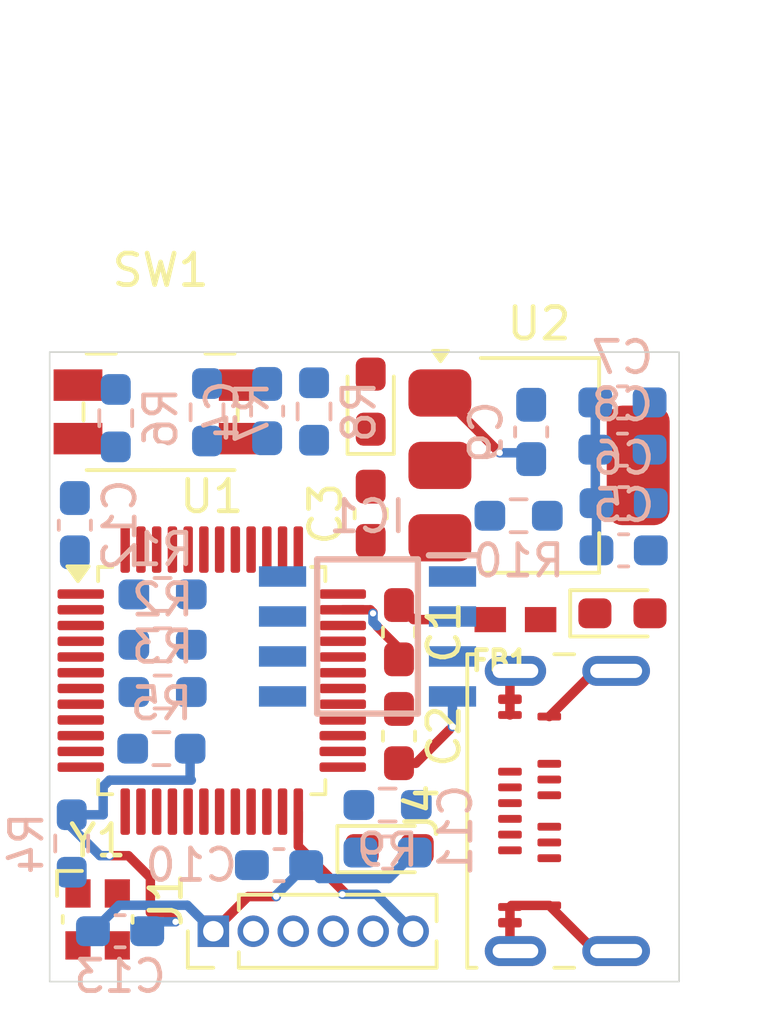
<source format=kicad_pcb>
(kicad_pcb (version 20241229) (generator "pcbnew") (generator_version "9.0")
  (layers (0 "F.Cu" signal) (2 "B.Cu" signal) (13 "F.Paste" user) (15 "B.Paste" user) (5 "F.SilkS" user "F.Silkscreen") (7 "B.SilkS" user "B.Silkscreen") (1 "F.Mask" user) (3 "B.Mask" user) (25 "Edge.Cuts" user))
  (net 0 "")
  (net 1 "+3.3V")
  (net 2 "+3.3VA")
  (net 3 "/NRST")
  (net 4 "/HSE_IN")
  (net 5 "/HSE_OUT")
  (net 6 "V_BUS")
  (net 7 "Net-(D1-K)")
  (net 8 "/OUT")
  (net 9 "/I2C_SCL")
  (net 10 "/DIR")
  (net 11 "/PGO")
  (net 12 "/I2C_SDA")
  (net 13 "/SWCLK")
  (net 15 "/SWDIO")
  (net 17 "USB_D+")
  (net 18 "CC1")
  (net 19 "USB_D-")
  (net 22 "CC2")
  (net 23 "/BOOT")
  (net 24 "Net-(SW1-B)")
  (net 51 "Net-(D2-A)")
  (net 52 "Net-(D3-A)")
  (net 53 "Net-(U1-PC13)")
  (net 54 "GND")
  (footprint "Capacitor_SMD:C_0603_1608Metric_Pad1.08x0.95mm_HandSolder" (layer "F.Cu") (at 186.5 93.5 -90)
    (property "Reference" "C1" (at 0 -1.43 90) (layer "F.SilkS"))
    (property "Value" "100n" (hide yes))
    (fp_line (start -0.146267 0.51) (end 0.146267 0.51) (stroke (width 0.12)) (layer "F.SilkS"))
    (fp_line (start -0.146267 -0.51) (end 0.146267 -0.51) (stroke (width 0.12)) (layer "F.SilkS"))
    (pad "1" smd roundrect (at -0.8625 0 270) (size 1.075 0.95) (layers "F.Cu" "F.Mask" "F.Paste") (net 1 "+3.3V"))
    (pad "2" smd roundrect (at 0.8625 0 270) (size 1.075 0.95) (layers "F.Cu" "F.Mask" "F.Paste") (net 54 "GND"))
  )
  (footprint "Connector_USB:USB_C_Receptacle_Amphenol_124019772112A" (layer "F.Cu") (at 193.225 99.18 90)
    (property "Reference" "J4" (at 0 -6 90) (layer "F.SilkS"))
    (property "Value" "USB_C_Receptacle_USB2.0_16P" (hide yes))
    (fp_line (start 4.98 -4.555) (end -4.98 -4.555) (stroke (width 0.12)) (layer "F.SilkS"))
    (fp_line (start -4.98 -4.555) (end -4.98 -4.26) (stroke (width 0.12)) (layer "F.SilkS"))
    (fp_line (start 4.98 -4.26) (end 4.98 -4.555) (stroke (width 0.12)) (layer "F.SilkS"))
    (fp_line (start 4.98 -1.16) (end 4.98 -1.79) (stroke (width 0.12)) (layer "F.SilkS"))
    (fp_line (start -4.98 -1.16) (end -4.98 -1.79) (stroke (width 0.12)) (layer "F.SilkS"))
    (pad "A1" smd roundrect (at -3.55 -3.2 90) (size 0.3 0.75) (layers "F.Cu" "F.Mask" "F.Paste") (net 54 "GND"))
    (pad "A1" smd roundrect (at -3.05 -3.2 90) (size 0.25 0.75) (layers "F.Cu" "F.Mask" "F.Paste") (net 54 "GND"))
    (pad "A1" smd roundrect (at 3.55 -3.2 90) (size 0.3 0.75) (layers "F.Cu" "F.Mask" "F.Paste") (net 54 "GND"))
    (pad "A4" smd roundrect (at -1.25 -3.2 90) (size 0.25 0.75) (layers "F.Cu" "F.Mask" "F.Paste") (net 6 "V_BUS"))
    (pad "A5" smd roundrect (at -0.75 -3.2 90) (size 0.25 0.75) (layers "F.Cu" "F.Mask" "F.Paste") (net 18 "CC1"))
    (pad "A6" smd roundrect (at -0.25 -3.2 90) (size 0.25 0.75) (layers "F.Cu" "F.Mask" "F.Paste") (net 17 "USB_D+"))
    (pad "A7" smd roundrect (at 0.25 -3.2 90) (size 0.25 0.75) (layers "F.Cu" "F.Mask" "F.Paste") (net 19 "USB_D-"))
    (pad "A8" smd roundrect (at 0.75 -3.2 90) (size 0.25 0.75) (layers "F.Cu" "F.Mask" "F.Paste"))
    (pad "A9" smd roundrect (at 1.25 -3.2 90) (size 0.25 0.75) (layers "F.Cu" "F.Mask" "F.Paste") (net 6 "V_BUS"))
    (pad "A12" smd roundrect (at 3.05 -3.2 90) (size 0.25 0.75) (layers "F.Cu" "F.Mask" "F.Paste") (net 54 "GND"))
    (pad "B1" smd roundrect (at 3 -1.95 90) (size 0.25 0.75) (layers "F.Cu" "F.Mask" "F.Paste") (net 54 "GND"))
    (pad "B4" smd roundrect (at 1.5 -1.95 90) (size 0.25 0.75) (layers "F.Cu" "F.Mask" "F.Paste") (net 6 "V_BUS"))
    (pad "B5" smd roundrect (at 1 -1.95 90) (size 0.25 0.75) (layers "F.Cu" "F.Mask" "F.Paste") (net 22 "CC2"))
    (pad "B6" smd roundrect (at 0.5 -1.95 90) (size 0.25 0.75) (layers "F.Cu" "F.Mask" "F.Paste") (net 17 "USB_D+"))
    (pad "B7" smd roundrect (at -0.5 -1.95 90) (size 0.25 0.75) (layers "F.Cu" "F.Mask" "F.Paste") (net 19 "USB_D-"))
    (pad "B8" smd roundrect (at -1 -1.95 90) (size 0.25 0.75) (layers "F.Cu" "F.Mask" "F.Paste"))
    (pad "B9" smd roundrect (at -1.5 -1.95 90) (size 0.25 0.75) (layers "F.Cu" "F.Mask" "F.Paste") (net 6 "V_BUS"))
    (pad "B12" smd roundrect (at -3 -1.95 90) (size 0.25 0.75) (layers "F.Cu" "F.Mask" "F.Paste") (net 54 "GND"))
    (pad "S1" thru_hole oval (at -4.45 -3.025 90) (size 0.95 1.95) (drill oval 0.45 1.45) (property pad_prop_heatsink) (layers "*.Cu" "*.Mask") (net 54 "GND"))
    (pad "S1" thru_hole oval (at -4.45 0.175 90) (size 0.95 2.15) (drill oval 0.45 1.65) (property pad_prop_heatsink) (layers "*.Cu" "*.Mask") (net 54 "GND"))
    (pad "S1" thru_hole oval (at 4.45 -3.025 90) (size 0.95 1.95) (drill oval 0.45 1.45) (property pad_prop_heatsink) (layers "*.Cu" "*.Mask") (net 54 "GND"))
    (pad "S1" thru_hole oval (at 4.45 0.175 90) (size 0.95 2.15) (drill oval 0.45 1.65) (property pad_prop_heatsink) (layers "*.Cu" "*.Mask") (net 54 "GND"))
  )
  (footprint "Package_TO_SOT_SMD:SOT-223-3_TabPin2" (layer "F.Cu") (at 190.95 88.2)
    (property "Reference" "U2" (at 0 -4.5 0) (layer "F.SilkS"))
    (property "Value" "AMS1117-3.3" (hide yes))
    (fp_line (start -1.85 -3.41) (end 1.91 -3.41) (stroke (width 0.12)) (layer "F.SilkS"))
    (fp_line (start -1.85 3.41) (end 1.91 3.41) (stroke (width 0.12)) (layer "F.SilkS"))
    (fp_line (start 1.91 -3.41) (end 1.91 -2.15) (stroke (width 0.12)) (layer "F.SilkS"))
    (fp_line (start 1.91 3.41) (end 1.91 2.15) (stroke (width 0.12)) (layer "F.SilkS"))
    (fp_poly (pts (xy -3.13 -3.31) (xy -3.37 -3.64) (xy -2.89 -3.64) (xy -3.13 -3.31)) (stroke (width 0.12)) (fill yes) (layer "F.SilkS"))
    (pad "1" smd roundrect (at -3.15 -2.3) (size 2 1.5) (layers "F.Cu" "F.Mask" "F.Paste") (net 54 "GND"))
    (pad "2" smd roundrect (at -3.15 0) (size 2 1.5) (layers "F.Cu" "F.Mask" "F.Paste") (net 1 "+3.3V"))
    (pad "2" smd roundrect (at 3.15 0) (size 2 3.8) (layers "F.Cu" "F.Mask" "F.Paste") (net 1 "+3.3V"))
    (pad "3" smd roundrect (at -3.15 2.3) (size 2 1.5) (layers "F.Cu" "F.Mask" "F.Paste") (net 6 "V_BUS"))
  )
  (footprint "Crystal:Crystal_SMD_Abracon_ABM10-4Pin_2.5x2.0mm" (layer "F.Cu") (at 176.925 102.625)
    (property "Reference" "Y1" (at 0 -2.5 0) (layer "F.SilkS"))
    (property "Value" "8MHz")
    (fp_line (start -1.29 -0.75) (end -1.29 -1.54) (stroke (width 0.12)) (layer "F.SilkS"))
    (fp_line (start -1.11 -0.11) (end -1.11 0.11) (stroke (width 0.12)) (layer "F.SilkS"))
    (fp_line (start -0.5 -1.54) (end -1.29 -1.54) (stroke (width 0.12)) (layer "F.SilkS"))
    (fp_line (start 1.11 -0.11) (end 1.11 0.11) (stroke (width 0.12)) (layer "F.SilkS"))
    (pad "1" smd rect (at -0.625 -0.825) (size 0.8 0.9) (layers "F.Cu" "F.Mask" "F.Paste") (net 4 "/HSE_IN"))
    (pad "2" smd rect (at -0.625 0.825) (size 0.8 0.9) (layers "F.Cu" "F.Mask" "F.Paste") (net 5 "/HSE_OUT"))
    (pad "3" smd rect (at 0.625 0.825) (size 0.8 0.9) (layers "F.Cu" "F.Mask" "F.Paste"))
    (pad "4" smd rect (at 0.625 -0.825) (size 0.8 0.9) (layers "F.Cu" "F.Mask" "F.Paste"))
  )
  (footprint "Package_QFP:LQFP-48_7x7mm_P0.5mm" (layer "F.Cu") (at 180.55 95.0375)
    (property "Reference" "U1" (at 0 -5.85 0) (layer "F.SilkS"))
    (property "Value" "STM32F103C8T6" (hide yes))
    (fp_line (start -3.61 -3.61) (end -3.16 -3.61) (stroke (width 0.12)) (layer "F.SilkS"))
    (fp_line (start -3.61 -3.16) (end -3.61 -3.61) (stroke (width 0.12)) (layer "F.SilkS"))
    (fp_line (start -3.61 3.61) (end -3.61 3.16) (stroke (width 0.12)) (layer "F.SilkS"))
    (fp_line (start -3.16 3.61) (end -3.61 3.61) (stroke (width 0.12)) (layer "F.SilkS"))
    (fp_line (start 3.16 -3.61) (end 3.61 -3.61) (stroke (width 0.12)) (layer "F.SilkS"))
    (fp_line (start 3.61 -3.61) (end 3.61 -3.16) (stroke (width 0.12)) (layer "F.SilkS"))
    (fp_line (start 3.61 3.16) (end 3.61 3.61) (stroke (width 0.12)) (layer "F.SilkS"))
    (fp_line (start 3.61 3.61) (end 3.16 3.61) (stroke (width 0.12)) (layer "F.SilkS"))
    (fp_poly (pts (xy -4.25 -3.16) (xy -4.59 -3.63) (xy -3.91 -3.63)) (stroke (width 0.12)) (fill yes) (layer "F.SilkS"))
    (pad "1" smd roundrect (at -4.1625 -2.75) (size 1.475 0.3) (layers "F.Cu" "F.Mask" "F.Paste") (net 1 "+3.3V"))
    (pad "2" smd roundrect (at -4.1625 -2.25) (size 1.475 0.3) (layers "F.Cu" "F.Mask" "F.Paste") (net 53 "Net-(U1-PC13)"))
    (pad "3" smd roundrect (at -4.1625 -1.75) (size 1.475 0.3) (layers "F.Cu" "F.Mask" "F.Paste"))
    (pad "4" smd roundrect (at -4.1625 -1.25) (size 1.475 0.3) (layers "F.Cu" "F.Mask" "F.Paste"))
    (pad "5" smd roundrect (at -4.1625 -0.75) (size 1.475 0.3) (layers "F.Cu" "F.Mask" "F.Paste") (net 4 "/HSE_IN"))
    (pad "6" smd roundrect (at -4.1625 -0.25) (size 1.475 0.3) (layers "F.Cu" "F.Mask" "F.Paste") (net 5 "/HSE_OUT"))
    (pad "7" smd roundrect (at -4.1625 0.25) (size 1.475 0.3) (layers "F.Cu" "F.Mask" "F.Paste") (net 3 "/NRST"))
    (pad "8" smd roundrect (at -4.1625 0.75) (size 1.475 0.3) (layers "F.Cu" "F.Mask" "F.Paste") (net 54 "GND"))
    (pad "9" smd roundrect (at -4.1625 1.25) (size 1.475 0.3) (layers "F.Cu" "F.Mask" "F.Paste") (net 2 "+3.3VA"))
    (pad "10" smd roundrect (at -4.1625 1.75) (size 1.475 0.3) (layers "F.Cu" "F.Mask" "F.Paste"))
    (pad "11" smd roundrect (at -4.1625 2.25) (size 1.475 0.3) (layers "F.Cu" "F.Mask" "F.Paste"))
    (pad "12" smd roundrect (at -4.1625 2.75) (size 1.475 0.3) (layers "F.Cu" "F.Mask" "F.Paste"))
    (pad "13" smd roundrect (at -2.75 4.1625) (size 0.3 1.475) (layers "F.Cu" "F.Mask" "F.Paste"))
    (pad "14" smd roundrect (at -2.25 4.1625) (size 0.3 1.475) (layers "F.Cu" "F.Mask" "F.Paste"))
    (pad "15" smd roundrect (at -1.75 4.1625) (size 0.3 1.475) (layers "F.Cu" "F.Mask" "F.Paste"))
    (pad "16" smd roundrect (at -1.25 4.1625) (size 0.3 1.475) (layers "F.Cu" "F.Mask" "F.Paste"))
    (pad "17" smd roundrect (at -0.75 4.1625) (size 0.3 1.475) (layers "F.Cu" "F.Mask" "F.Paste"))
    (pad "18" smd roundrect (at -0.25 4.1625) (size 0.3 1.475) (layers "F.Cu" "F.Mask" "F.Paste"))
    (pad "19" smd roundrect (at 0.25 4.1625) (size 0.3 1.475) (layers "F.Cu" "F.Mask" "F.Paste"))
    (pad "20" smd roundrect (at 0.75 4.1625) (size 0.3 1.475) (layers "F.Cu" "F.Mask" "F.Paste") (net 11 "/PGO"))
    (pad "21" smd roundrect (at 1.25 4.1625) (size 0.3 1.475) (layers "F.Cu" "F.Mask" "F.Paste") (net 9 "/I2C_SCL"))
    (pad "22" smd roundrect (at 1.75 4.1625) (size 0.3 1.475) (layers "F.Cu" "F.Mask" "F.Paste") (net 12 "/I2C_SDA"))
    (pad "23" smd roundrect (at 2.25 4.1625) (size 0.3 1.475) (layers "F.Cu" "F.Mask" "F.Paste") (net 54 "GND"))
    (pad "24" smd roundrect (at 2.75 4.1625) (size 0.3 1.475) (layers "F.Cu" "F.Mask" "F.Paste") (net 1 "+3.3V"))
    (pad "25" smd roundrect (at 4.1625 2.75) (size 1.475 0.3) (layers "F.Cu" "F.Mask" "F.Paste"))
    (pad "26" smd roundrect (at 4.1625 2.25) (size 1.475 0.3) (layers "F.Cu" "F.Mask" "F.Paste"))
    (pad "27" smd roundrect (at 4.1625 1.75) (size 1.475 0.3) (layers "F.Cu" "F.Mask" "F.Paste"))
    (pad "28" smd roundrect (at 4.1625 1.25) (size 1.475 0.3) (layers "F.Cu" "F.Mask" "F.Paste"))
    (pad "29" smd roundrect (at 4.1625 0.75) (size 1.475 0.3) (layers "F.Cu" "F.Mask" "F.Paste"))
    (pad "30" smd roundrect (at 4.1625 0.25) (size 1.475 0.3) (layers "F.Cu" "F.Mask" "F.Paste"))
    (pad "31" smd roundrect (at 4.1625 -0.25) (size 1.475 0.3) (layers "F.Cu" "F.Mask" "F.Paste"))
    (pad "32" smd roundrect (at 4.1625 -0.75) (size 1.475 0.3) (layers "F.Cu" "F.Mask" "F.Paste") (net 19 "USB_D-"))
    (pad "33" smd roundrect (at 4.1625 -1.25) (size 1.475 0.3) (layers "F.Cu" "F.Mask" "F.Paste") (net 17 "USB_D+"))
    (pad "34" smd roundrect (at 4.1625 -1.75) (size 1.475 0.3) (layers "F.Cu" "F.Mask" "F.Paste") (net 13 "/SWCLK"))
    (pad "35" smd roundrect (at 4.1625 -2.25) (size 1.475 0.3) (layers "F.Cu" "F.Mask" "F.Paste") (net 54 "GND"))
    (pad "36" smd roundrect (at 4.1625 -2.75) (size 1.475 0.3) (layers "F.Cu" "F.Mask" "F.Paste") (net 1 "+3.3V"))
    (pad "37" smd roundrect (at 2.75 -4.1625) (size 0.3 1.475) (layers "F.Cu" "F.Mask" "F.Paste") (net 15 "/SWDIO"))
    (pad "38" smd roundrect (at 2.25 -4.1625) (size 0.3 1.475) (layers "F.Cu" "F.Mask" "F.Paste"))
    (pad "39" smd roundrect (at 1.75 -4.1625) (size 0.3 1.475) (layers "F.Cu" "F.Mask" "F.Paste") (net 10 "/DIR"))
    (pad "40" smd roundrect (at 1.25 -4.1625) (size 0.3 1.475) (layers "F.Cu" "F.Mask" "F.Paste") (net 8 "/OUT"))
    (pad "41" smd roundrect (at 0.75 -4.1625) (size 0.3 1.475) (layers "F.Cu" "F.Mask" "F.Paste"))
    (pad "42" smd roundrect (at 0.25 -4.1625) (size 0.3 1.475) (layers "F.Cu" "F.Mask" "F.Paste"))
    (pad "43" smd roundrect (at -0.25 -4.1625) (size 0.3 1.475) (layers "F.Cu" "F.Mask" "F.Paste"))
    (pad "44" smd roundrect (at -0.75 -4.1625) (size 0.3 1.475) (layers "F.Cu" "F.Mask" "F.Paste") (net 23 "/BOOT"))
    (pad "45" smd roundrect (at -1.25 -4.1625) (size 0.3 1.475) (layers "F.Cu" "F.Mask" "F.Paste"))
    (pad "46" smd roundrect (at -1.75 -4.1625) (size 0.3 1.475) (layers "F.Cu" "F.Mask" "F.Paste"))
    (pad "47" smd roundrect (at -2.25 -4.1625) (size 0.3 1.475) (layers "F.Cu" "F.Mask" "F.Paste") (net 54 "GND"))
    (pad "48" smd roundrect (at -2.75 -4.1625) (size 0.3 1.475) (layers "F.Cu" "F.Mask" "F.Paste") (net 1 "+3.3V"))
  )
  (footprint "LED_SMD:LED_0603_1608Metric_Pad1.05x0.95mm_HandSolder" (layer "F.Cu") (at 193.6 92.9)
    (property "Reference" "D3" (hide yes))
    (property "Value" "LED" (hide yes))
    (fp_line (start -1.66 -0.735) (end -1.66 0.735) (stroke (width 0.12)) (layer "F.SilkS"))
    (fp_line (start -1.66 0.735) (end 0.8 0.735) (stroke (width 0.12)) (layer "F.SilkS"))
    (fp_line (start 0.8 -0.735) (end -1.66 -0.735) (stroke (width 0.12)) (layer "F.SilkS"))
    (pad "1" smd roundrect (at -0.875 0) (size 1.05 0.95) (layers "F.Cu" "F.Mask" "F.Paste") (net 54 "GND"))
    (pad "2" smd roundrect (at 0.875 0) (size 1.05 0.95) (layers "F.Cu" "F.Mask" "F.Paste") (net 52 "Net-(D3-A)"))
  )
  (footprint "LED_SMD:LED_0603_1608Metric_Pad1.05x0.95mm_HandSolder" (layer "F.Cu") (at 186.2025 100.39)
    (property "Reference" "D2" (hide yes))
    (property "Value" "LED" (hide yes))
    (fp_line (start -1.66 -0.735) (end -1.66 0.735) (stroke (width 0.12)) (layer "F.SilkS"))
    (fp_line (start -1.66 0.735) (end 0.8 0.735) (stroke (width 0.12)) (layer "F.SilkS"))
    (fp_line (start 0.8 -0.735) (end -1.66 -0.735) (stroke (width 0.12)) (layer "F.SilkS"))
    (pad "1" smd roundrect (at -0.875 0) (size 1.05 0.95) (layers "F.Cu" "F.Mask" "F.Paste") (net 54 "GND"))
    (pad "2" smd roundrect (at 0.875 0) (size 1.05 0.95) (layers "F.Cu" "F.Mask" "F.Paste") (net 51 "Net-(D2-A)"))
  )
  (footprint "LED_SMD:LED_0603_1608Metric_Pad1.05x0.95mm_HandSolder" (layer "F.Cu") (at 185.6 86.175 90)
    (property "Reference" "D1" (hide yes))
    (property "Value" "LED" (hide yes))
    (fp_line (start 0.8 -0.735) (end -1.66 -0.735) (stroke (width 0.12)) (layer "F.SilkS"))
    (fp_line (start -1.66 -0.735) (end -1.66 0.735) (stroke (width 0.12)) (layer "F.SilkS"))
    (fp_line (start -1.66 0.735) (end 0.8 0.735) (stroke (width 0.12)) (layer "F.SilkS"))
    (pad "1" smd roundrect (at -0.875 0 90) (size 1.05 0.95) (layers "F.Cu" "F.Mask" "F.Paste") (net 7 "Net-(D1-K)"))
    (pad "2" smd roundrect (at 0.875 0 90) (size 1.05 0.95) (layers "F.Cu" "F.Mask" "F.Paste") (net 1 "+3.3V"))
  )
  (footprint "Connector_PinHeader_1.27mm:PinHeader_1x06_P1.27mm_Vertical" (layer "F.Cu") (at 180.6 103 90)
    (property "Reference" "J1" (at 1 -1.5 90) (layer "F.SilkS"))
    (property "Value" "Conn_01x06_Pin" (hide yes))
    (fp_line (start -1.16 -0.81) (end 0 -0.81) (stroke (width 0.12)) (layer "F.SilkS"))
    (fp_line (start -1.16 0) (end -1.16 -0.81) (stroke (width 0.12)) (layer "F.SilkS"))
    (fp_line (start 1.16 0.81) (end 1.16 7.095) (stroke (width 0.12)) (layer "F.SilkS"))
    (fp_line (start 0.666708 0.81) (end 1.16 0.81) (stroke (width 0.12)) (layer "F.SilkS"))
    (fp_line (start -1.16 0.81) (end -0.666708 0.81) (stroke (width 0.12)) (layer "F.SilkS"))
    (fp_line (start -1.16 0.81) (end -1.16 7.095) (stroke (width 0.12)) (layer "F.SilkS"))
    (fp_line (start 0.317923 7.095) (end 1.16 7.095) (stroke (width 0.12)) (layer "F.SilkS"))
    (fp_line (start -1.16 7.095) (end -0.317923 7.095) (stroke (width 0.12)) (layer "F.SilkS"))
    (pad "1" thru_hole rect (at 0 0 90) (size 1 1) (drill 0.65) (layers "*.Cu" "*.Mask") (net 54 "GND"))
    (pad "2" thru_hole circle (at 0 1.27 90) (size 1 1) (drill 0.65) (layers "*.Cu" "*.Mask"))
    (pad "3" thru_hole circle (at 0 2.54 90) (size 1 1) (drill 0.65) (layers "*.Cu" "*.Mask"))
    (pad "4" thru_hole circle (at 0 3.81 90) (size 1 1) (drill 0.65) (layers "*.Cu" "*.Mask") (net 15 "/SWDIO"))
    (pad "5" thru_hole circle (at 0 5.08 90) (size 1 1) (drill 0.65) (layers "*.Cu" "*.Mask") (net 13 "/SWCLK"))
    (pad "6" thru_hole circle (at 0 6.35 90) (size 1 1) (drill 0.65) (layers "*.Cu" "*.Mask") (net 1 "+3.3V"))
  )
  (footprint "Button_Switch_SMD:Panasonic_EVQPUL_EVQPUC" (layer "F.Cu") (at 178.925 86.5)
    (property "Reference" "SW1" (at 0 -4.5 0) (layer "F.SilkS"))
    (property "Value" "SW_SPDT")
    (fp_line (start -2.45 0.275) (end -2.45 -0.275) (stroke (width 0.12)) (layer "F.SilkS"))
    (fp_line (start -1.425 -1.85) (end -2.35 -1.85) (stroke (width 0.12)) (layer "F.SilkS"))
    (fp_line (start 2.35 -1.85) (end 1.425 -1.85) (stroke (width 0.12)) (layer "F.SilkS"))
    (fp_line (start 2.35 1.85) (end -2.35 1.85) (stroke (width 0.12)) (layer "F.SilkS"))
    (fp_line (start 2.45 0.275) (end 2.45 -0.275) (stroke (width 0.12)) (layer "F.SilkS"))
    (pad "" np_thru_hole circle (at 0 -1.375 180) (size 0.75 0.75) (drill 0.75) (layers "*.Cu" "*.Mask"))
    (pad "" np_thru_hole circle (at 0 1.375 180) (size 0.75 0.75) (drill 0.75) (layers "*.Cu" "*.Mask"))
    (pad "1" smd rect (at -2.625 -0.85 180) (size 1.55 1) (layers "F.Cu" "F.Mask" "F.Paste"))
    (pad "1" smd rect (at 2.625 -0.85 180) (size 1.55 1) (layers "F.Cu" "F.Mask" "F.Paste"))
    (pad "2" smd rect (at -2.625 0.85 180) (size 1.55 1) (layers "F.Cu" "F.Mask" "F.Paste") (net 24 "Net-(SW1-B)"))
    (pad "2" smd rect (at 2.625 0.85 180) (size 1.55 1) (layers "F.Cu" "F.Mask" "F.Paste") (net 24 "Net-(SW1-B)"))
  )
  (footprint "Capacitor_SMD:C_0603_1608Metric_Pad1.08x0.95mm_HandSolder" (layer "F.Cu") (at 186.5 96.8 -90)
    (property "Reference" "C2" (at 0 -1.43 90) (layer "F.SilkS"))
    (property "Value" "100n" (hide yes))
    (fp_line (start -0.146267 0.51) (end 0.146267 0.51) (stroke (width 0.12)) (layer "F.SilkS"))
    (fp_line (start -0.146267 -0.51) (end 0.146267 -0.51) (stroke (width 0.12)) (layer "F.SilkS"))
    (pad "1" smd roundrect (at -0.8625 0 270) (size 1.075 0.95) (layers "F.Cu" "F.Mask" "F.Paste") (net 1 "+3.3V"))
    (pad "2" smd roundrect (at 0.8625 0 270) (size 1.075 0.95) (layers "F.Cu" "F.Mask" "F.Paste") (net 54 "GND"))
  )
  (footprint "Capacitor_SMD:C_0603_1608Metric_Pad1.08x0.95mm_HandSolder" (layer "F.Cu") (at 185.6 89.7375 90)
    (property "Reference" "C3" (at 0 -1.43 90) (layer "F.SilkS"))
    (property "Value" "100n")
    (fp_line (start -0.146267 -0.51) (end 0.146267 -0.51) (stroke (width 0.12)) (layer "F.SilkS"))
    (fp_line (start -0.146267 0.51) (end 0.146267 0.51) (stroke (width 0.12)) (layer "F.SilkS"))
    (pad "1" smd roundrect (at -0.8625 0 90) (size 1.075 0.95) (layers "F.Cu" "F.Mask" "F.Paste") (net 1 "+3.3V"))
    (pad "2" smd roundrect (at 0.8625 0 90) (size 1.075 0.95) (layers "F.Cu" "F.Mask" "F.Paste") (net 54 "GND"))
  )
  (footprint "LI0603G121R-10:FB_LI0603G121R-10" (layer "F.Cu") (at 190.2 93.1 180)
    (property "Reference" "FB1" (at 0.482 -1.3064 180) (layer "F.SilkS") (effects (font (size 0.64 0.64))))
    (property "Value" "120R")
    (pad "1" smd rect (at -0.8 0 180) (size 1 0.8) (layers "F.Cu" "F.Mask" "F.Paste") (net 2 "+3.3VA"))
    (pad "2" smd rect (at 0.8 0 180) (size 1 0.8) (layers "F.Cu" "F.Mask" "F.Paste") (net 1 "+3.3V"))
  )
  (footprint "Resistor_SMD:R_0603_1608Metric_Pad0.98x0.95mm_HandSolder" (layer "B.Cu") (at 178.95 97.2 180)
    (property "Reference" "R5" (at 0 1.43 0) (layer "B.SilkS") (effects (justify mirror)))
    (property "Value" "4k7")
    (fp_line (start -0.254724 0.5225) (end 0.254724 0.5225) (stroke (width 0.12)) (layer "B.SilkS"))
    (fp_line (start -0.254724 -0.5225) (end 0.254724 -0.5225) (stroke (width 0.12)) (layer "B.SilkS"))
    (pad "1" smd roundrect (at -0.9125 0 180) (size 0.975 0.95) (layers "B.Cu" "B.Mask" "B.Paste") (net 1 "+3.3V"))
    (pad "2" smd roundrect (at 0.9125 0 180) (size 0.975 0.95) (layers "B.Cu" "B.Mask" "B.Paste") (net 12 "/I2C_SDA"))
  )
  (footprint "Resistor_SMD:R_0603_1608Metric_Pad0.98x0.95mm_HandSolder" (layer "B.Cu") (at 180.4 86.5125 90)
    (property "Reference" "R7" (at 0 1.43 90) (layer "B.SilkS") (effects (justify mirror)))
    (property "Value" "5K1")
    (fp_line (start -0.254724 -0.5225) (end 0.254724 -0.5225) (stroke (width 0.12)) (layer "B.SilkS"))
    (fp_line (start -0.254724 0.5225) (end 0.254724 0.5225) (stroke (width 0.12)) (layer "B.SilkS"))
    (pad "1" smd roundrect (at -0.9125 0 90) (size 0.975 0.95) (layers "B.Cu" "B.Mask" "B.Paste") (net 54 "GND"))
    (pad "2" smd roundrect (at 0.9125 0 90) (size 0.975 0.95) (layers "B.Cu" "B.Mask" "B.Paste") (net 18 "CC1"))
  )
  (footprint "AS5600-ASOT:SOIC127P600X175-8N" (layer "B.Cu") (at 185.5 93.635 180)
    (property "Reference" "IC1" (at 0 3.81 0) (layer "B.SilkS") (effects (justify mirror)))
    (property "Value" "AS5600-ASOT" (hide yes))
    (fp_line (start 1.6 2.45) (end 1.6 -2.45) (stroke (width 0.2)) (layer "B.SilkS"))
    (fp_line (start 1.6 -2.45) (end -1.6 -2.45) (stroke (width 0.2)) (layer "B.SilkS"))
    (fp_line (start -1.6 2.45) (end 1.6 2.45) (stroke (width 0.2)) (layer "B.SilkS"))
    (fp_line (start -1.6 -2.45) (end -1.6 2.45) (stroke (width 0.2)) (layer "B.SilkS"))
    (fp_line (start -3.45 2.58) (end -1.95 2.58) (stroke (width 0.2)) (layer "B.SilkS"))
    (pad "1" smd rect (at -2.7 1.905 180) (size 1.5 0.65) (layers "B.Cu" "B.Mask" "B.Paste") (net 1 "+3.3V"))
    (pad "2" smd rect (at -2.7 0.635 180) (size 1.5 0.65) (layers "B.Cu" "B.Mask" "B.Paste") (net 1 "+3.3V"))
    (pad "3" smd rect (at -2.7 -0.635 180) (size 1.5 0.65) (layers "B.Cu" "B.Mask" "B.Paste") (net 8 "/OUT"))
    (pad "4" smd rect (at -2.7 -1.905 180) (size 1.5 0.65) (layers "B.Cu" "B.Mask" "B.Paste") (net 54 "GND"))
    (pad "5" smd rect (at 2.7 -1.905 180) (size 1.5 0.65) (layers "B.Cu" "B.Mask" "B.Paste") (net 11 "/PGO"))
    (pad "6" smd rect (at 2.7 -0.635 180) (size 1.5 0.65) (layers "B.Cu" "B.Mask" "B.Paste") (net 12 "/I2C_SDA"))
    (pad "7" smd rect (at 2.7 0.635 180) (size 1.5 0.65) (layers "B.Cu" "B.Mask" "B.Paste") (net 9 "/I2C_SCL"))
    (pad "8" smd rect (at 2.7 1.905 180) (size 1.5 0.65) (layers "B.Cu" "B.Mask" "B.Paste") (net 10 "/DIR"))
  )
  (footprint "Capacitor_SMD:C_0603_1608Metric_Pad1.08x0.95mm_HandSolder" (layer "B.Cu") (at 186.1375 100.5)
    (property "Reference" "C11" (at 2.1625 -0.7 270) (layer "B.SilkS") (effects (justify mirror)))
    (property "Value" "30p")
    (fp_line (start -0.146267 -0.51) (end 0.146267 -0.51) (stroke (width 0.12)) (layer "B.SilkS"))
    (fp_line (start -0.146267 0.51) (end 0.146267 0.51) (stroke (width 0.12)) (layer "B.SilkS"))
    (pad "1" smd roundrect (at -0.8625 0) (size 1.075 0.95) (layers "B.Cu" "B.Mask" "B.Paste") (net 5 "/HSE_OUT"))
    (pad "2" smd roundrect (at 0.8625 0) (size 1.075 0.95) (layers "B.Cu" "B.Mask" "B.Paste") (net 54 "GND"))
  )
  (footprint "Capacitor_SMD:C_0603_1608Metric_Pad1.08x0.95mm_HandSolder" (layer "B.Cu") (at 193.6375 89.4 180)
    (property "Reference" "C6" (at 0 1.43 0) (layer "B.SilkS") (effects (justify mirror)))
    (property "Value" "10n")
    (fp_line (start -0.146267 0.51) (end 0.146267 0.51) (stroke (width 0.12)) (layer "B.SilkS"))
    (fp_line (start -0.146267 -0.51) (end 0.146267 -0.51) (stroke (width 0.12)) (layer "B.SilkS"))
    (pad "1" smd roundrect (at -0.8625 0 180) (size 1.075 0.95) (layers "B.Cu" "B.Mask" "B.Paste") (net 2 "+3.3VA"))
    (pad "2" smd roundrect (at 0.8625 0 180) (size 1.075 0.95) (layers "B.Cu" "B.Mask" "B.Paste") (net 54 "GND"))
  )
  (footprint "Resistor_SMD:R_0603_1608Metric_Pad0.98x0.95mm_HandSolder" (layer "B.Cu") (at 176.1 100.2125 -90)
    (property "Reference" "R4" (at 0 1.43 90) (layer "B.SilkS") (effects (justify mirror)))
    (property "Value" "4K7")
    (fp_line (start -0.254724 0.5225) (end 0.254724 0.5225) (stroke (width 0.12)) (layer "B.SilkS"))
    (fp_line (start -0.254724 -0.5225) (end 0.254724 -0.5225) (stroke (width 0.12)) (layer "B.SilkS"))
    (pad "1" smd roundrect (at -0.9125 0 270) (size 0.975 0.95) (layers "B.Cu" "B.Mask" "B.Paste") (net 1 "+3.3V"))
    (pad "2" smd roundrect (at 0.9125 0 270) (size 0.975 0.95) (layers "B.Cu" "B.Mask" "B.Paste") (net 9 "/I2C_SCL"))
  )
  (footprint "Capacitor_SMD:C_0603_1608Metric_Pad1.08x0.95mm_HandSolder" (layer "B.Cu") (at 193.6 87.7 180)
    (property "Reference" "C8" (at 0 1.43 0) (layer "B.SilkS") (effects (justify mirror)))
    (property "Value" "1u")
    (fp_line (start -0.146267 0.51) (end 0.146267 0.51) (stroke (width 0.12)) (layer "B.SilkS"))
    (fp_line (start -0.146267 -0.51) (end 0.146267 -0.51) (stroke (width 0.12)) (layer "B.SilkS"))
    (pad "1" smd roundrect (at -0.8625 0 180) (size 1.075 0.95) (layers "B.Cu" "B.Mask" "B.Paste") (net 1 "+3.3V"))
    (pad "2" smd roundrect (at 0.8625 0 180) (size 1.075 0.95) (layers "B.Cu" "B.Mask" "B.Paste") (net 54 "GND"))
  )
  (footprint "Resistor_SMD:R_0603_1608Metric_Pad0.98x0.95mm_HandSolder" (layer "B.Cu") (at 177.5 86.7 90)
    (property "Reference" "R6" (at 0 1.43 90) (layer "B.SilkS") (effects (justify mirror)))
    (property "Value" "10k")
    (fp_line (start -0.254724 -0.5225) (end 0.254724 -0.5225) (stroke (width 0.12)) (layer "B.SilkS"))
    (fp_line (start -0.254724 0.5225) (end 0.254724 0.5225) (stroke (width 0.12)) (layer "B.SilkS"))
    (pad "1" smd roundrect (at -0.9125 0 90) (size 0.975 0.95) (layers "B.Cu" "B.Mask" "B.Paste") (net 17 "USB_D+"))
    (pad "2" smd roundrect (at 0.9125 0 90) (size 0.975 0.95) (layers "B.Cu" "B.Mask" "B.Paste") (net 1 "+3.3V"))
  )
  (footprint "Capacitor_SMD:C_0603_1608Metric_Pad1.08x0.95mm_HandSolder" (layer "B.Cu") (at 177.6375 103)
    (property "Reference" "C13" (at 0 1.43 0) (layer "B.SilkS") (effects (justify mirror)))
    (property "Value" "22u")
    (fp_line (start -0.146267 -0.51) (end 0.146267 -0.51) (stroke (width 0.12)) (layer "B.SilkS"))
    (fp_line (start -0.146267 0.51) (end 0.146267 0.51) (stroke (width 0.12)) (layer "B.SilkS"))
    (pad "1" smd roundrect (at -0.8625 0) (size 1.075 0.95) (layers "B.Cu" "B.Mask" "B.Paste") (net 54 "GND"))
    (pad "2" smd roundrect (at 0.8625 0) (size 1.075 0.95) (layers "B.Cu" "B.Mask" "B.Paste") (net 1 "+3.3V"))
  )
  (footprint "Resistor_SMD:R_0603_1608Metric_Pad0.98x0.95mm_HandSolder" (layer "B.Cu") (at 178.9875 93.9 180)
    (property "Reference" "R2" (at 0 1.43 0) (layer "B.SilkS") (effects (justify mirror)))
    (property "Value" "1k5")
    (fp_line (start -0.254724 0.5225) (end 0.254724 0.5225) (stroke (width 0.12)) (layer "B.SilkS"))
    (fp_line (start -0.254724 -0.5225) (end 0.254724 -0.5225) (stroke (width 0.12)) (layer "B.SilkS"))
    (pad "1" smd roundrect (at -0.9125 0 180) (size 0.975 0.95) (layers "B.Cu" "B.Mask" "B.Paste") (net 7 "Net-(D1-K)"))
    (pad "2" smd roundrect (at 0.9125 0 180) (size 0.975 0.95) (layers "B.Cu" "B.Mask" "B.Paste") (net 54 "GND"))
  )
  (footprint "Capacitor_SMD:C_0603_1608Metric_Pad1.08x0.95mm_HandSolder" (layer "B.Cu") (at 193.6375 90.9 180)
    (property "Reference" "C5" (at 0 1.43 0) (layer "B.SilkS") (effects (justify mirror)))
    (property "Value" "10u")
    (fp_line (start -0.146267 0.51) (end 0.146267 0.51) (stroke (width 0.12)) (layer "B.SilkS"))
    (fp_line (start -0.146267 -0.51) (end 0.146267 -0.51) (stroke (width 0.12)) (layer "B.SilkS"))
    (pad "1" smd roundrect (at -0.8625 0 180) (size 1.075 0.95) (layers "B.Cu" "B.Mask" "B.Paste") (net 1 "+3.3V"))
    (pad "2" smd roundrect (at 0.8625 0 180) (size 1.075 0.95) (layers "B.Cu" "B.Mask" "B.Paste") (net 54 "GND"))
  )
  (footprint "Resistor_SMD:R_0603_1608Metric_Pad0.98x0.95mm_HandSolder" (layer "B.Cu") (at 190.3 89.8)
    (property "Reference" "R10" (at 0 1.43 0) (layer "B.SilkS") (effects (justify mirror)))
    (property "Value" "1K")
    (fp_line (start -0.254724 -0.5225) (end 0.254724 -0.5225) (stroke (width 0.12)) (layer "B.SilkS"))
    (fp_line (start -0.254724 0.5225) (end 0.254724 0.5225) (stroke (width 0.12)) (layer "B.SilkS"))
    (pad "1" smd roundrect (at -0.9125 0) (size 0.975 0.95) (layers "B.Cu" "B.Mask" "B.Paste") (net 6 "V_BUS"))
    (pad "2" smd roundrect (at 0.9125 0) (size 0.975 0.95) (layers "B.Cu" "B.Mask" "B.Paste") (net 52 "Net-(D3-A)"))
  )
  (footprint "Resistor_SMD:R_0603_1608Metric_Pad0.98x0.95mm_HandSolder" (layer "B.Cu") (at 186.1375 98.99)
    (property "Reference" "R9" (at 0 1.43 0) (layer "B.SilkS") (effects (justify mirror)))
    (property "Value" "220")
    (fp_line (start -0.254724 -0.5225) (end 0.254724 -0.5225) (stroke (width 0.12)) (layer "B.SilkS"))
    (fp_line (start -0.254724 0.5225) (end 0.254724 0.5225) (stroke (width 0.12)) (layer "B.SilkS"))
    (pad "1" smd roundrect (at -0.9125 0) (size 0.975 0.95) (layers "B.Cu" "B.Mask" "B.Paste") (net 51 "Net-(D2-A)"))
    (pad "2" smd roundrect (at 0.9125 0) (size 0.975 0.95) (layers "B.Cu" "B.Mask" "B.Paste") (net 53 "Net-(U1-PC13)"))
  )
  (footprint "Resistor_SMD:R_0603_1608Metric_Pad0.98x0.95mm_HandSolder" (layer "B.Cu") (at 178.9875 95.4 180)
    (property "Reference" "R3" (at 0 1.43 0) (layer "B.SilkS") (effects (justify mirror)))
    (property "Value" "10k")
    (fp_line (start -0.254724 0.5225) (end 0.254724 0.5225) (stroke (width 0.12)) (layer "B.SilkS"))
    (fp_line (start -0.254724 -0.5225) (end 0.254724 -0.5225) (stroke (width 0.12)) (layer "B.SilkS"))
    (pad "1" smd roundrect (at -0.9125 0 180) (size 0.975 0.95) (layers "B.Cu" "B.Mask" "B.Paste") (net 17 "USB_D+"))
    (pad "2" smd roundrect (at 0.9125 0 180) (size 0.975 0.95) (layers "B.Cu" "B.Mask" "B.Paste") (net 1 "+3.3V"))
  )
  (footprint "Capacitor_SMD:C_0603_1608Metric_Pad1.08x0.95mm_HandSolder" (layer "B.Cu") (at 193.6 86.2 180)
    (property "Reference" "C7" (at 0 1.43 0) (layer "B.SilkS") (effects (justify mirror)))
    (property "Value" "1u")
    (fp_line (start -0.146267 0.51) (end 0.146267 0.51) (stroke (width 0.12)) (layer "B.SilkS"))
    (fp_line (start -0.146267 -0.51) (end 0.146267 -0.51) (stroke (width 0.12)) (layer "B.SilkS"))
    (pad "1" smd roundrect (at -0.8625 0 180) (size 1.075 0.95) (layers "B.Cu" "B.Mask" "B.Paste") (net 2 "+3.3VA"))
    (pad "2" smd roundrect (at 0.8625 0 180) (size 1.075 0.95) (layers "B.Cu" "B.Mask" "B.Paste") (net 54 "GND"))
  )
  (footprint "Capacitor_SMD:C_0603_1608Metric_Pad1.08x0.95mm_HandSolder" (layer "B.Cu") (at 182.6875 100.9)
    (property "Reference" "C10" (at -2.7875 0 0) (layer "B.SilkS") (effects (justify mirror)))
    (property "Value" "30p")
    (fp_line (start -0.146267 -0.51) (end 0.146267 -0.51) (stroke (width 0.12)) (layer "B.SilkS"))
    (fp_line (start -0.146267 0.51) (end 0.146267 0.51) (stroke (width 0.12)) (layer "B.SilkS"))
    (pad "1" smd roundrect (at -0.8625 0) (size 1.075 0.95) (layers "B.Cu" "B.Mask" "B.Paste") (net 4 "/HSE_IN"))
    (pad "2" smd roundrect (at 0.8625 0) (size 1.075 0.95) (layers "B.Cu" "B.Mask" "B.Paste") (net 54 "GND"))
  )
  (footprint "Capacitor_SMD:C_0603_1608Metric_Pad1.08x0.95mm_HandSolder" (layer "B.Cu") (at 176.2 90.1 90)
    (property "Reference" "C12" (at 0 1.43 90) (layer "B.SilkS") (effects (justify mirror)))
    (property "Value" "22u")
    (fp_line (start -0.146267 -0.51) (end 0.146267 -0.51) (stroke (width 0.12)) (layer "B.SilkS"))
    (fp_line (start -0.146267 0.51) (end 0.146267 0.51) (stroke (width 0.12)) (layer "B.SilkS"))
    (pad "1" smd roundrect (at -0.8625 0 90) (size 1.075 0.95) (layers "B.Cu" "B.Mask" "B.Paste") (net 6 "V_BUS"))
    (pad "2" smd roundrect (at 0.8625 0 90) (size 1.075 0.95) (layers "B.Cu" "B.Mask" "B.Paste") (net 54 "GND"))
  )
  (footprint "Capacitor_SMD:C_0603_1608Metric_Pad1.08x0.95mm_HandSolder" (layer "B.Cu") (at 190.7 87.1375 -90)
    (property "Reference" "C9" (at 0 1.43 90) (layer "B.SilkS") (effects (justify mirror)))
    (property "Value" "100n")
    (fp_line (start -0.146267 0.51) (end 0.146267 0.51) (stroke (width 0.12)) (layer "B.SilkS"))
    (fp_line (start -0.146267 -0.51) (end 0.146267 -0.51) (stroke (width 0.12)) (layer "B.SilkS"))
    (pad "1" smd roundrect (at -0.8625 0 270) (size 1.075 0.95) (layers "B.Cu" "B.Mask" "B.Paste") (net 3 "/NRST"))
    (pad "2" smd roundrect (at 0.8625 0 270) (size 1.075 0.95) (layers "B.Cu" "B.Mask" "B.Paste") (net 54 "GND"))
  )
  (footprint "Resistor_SMD:R_0603_1608Metric_Pad0.98x0.95mm_HandSolder" (layer "B.Cu") (at 183.8 86.4875 90)
    (property "Reference" "R8" (at 0 1.43 90) (layer "B.SilkS") (effects (justify mirror)))
    (property "Value" "5K1")
    (fp_line (start -0.254724 -0.5225) (end 0.254724 -0.5225) (stroke (width 0.12)) (layer "B.SilkS"))
    (fp_line (start -0.254724 0.5225) (end 0.254724 0.5225) (stroke (width 0.12)) (layer "B.SilkS"))
    (pad "1" smd roundrect (at -0.9125 0 90) (size 0.975 0.95) (layers "B.Cu" "B.Mask" "B.Paste") (net 54 "GND"))
    (pad "2" smd roundrect (at 0.9125 0 90) (size 0.975 0.95) (layers "B.Cu" "B.Mask" "B.Paste") (net 22 "CC2"))
  )
  (footprint "Resistor_SMD:R_0603_1608Metric_Pad0.98x0.95mm_HandSolder" (layer "B.Cu") (at 178.9875 92.3 180)
    (property "Reference" "R1" (at 0 1.43 0) (layer "B.SilkS") (effects (justify mirror)))
    (property "Value" "10k")
    (fp_line (start -0.254724 0.5225) (end 0.254724 0.5225) (stroke (width 0.12)) (layer "B.SilkS"))
    (fp_line (start -0.254724 -0.5225) (end 0.254724 -0.5225) (stroke (width 0.12)) (layer "B.SilkS"))
    (pad "1" smd roundrect (at -0.9125 0 180) (size 0.975 0.95) (layers "B.Cu" "B.Mask" "B.Paste") (net 24 "Net-(SW1-B)"))
    (pad "2" smd roundrect (at 0.9125 0 180) (size 0.975 0.95) (layers "B.Cu" "B.Mask" "B.Paste") (net 23 "/BOOT"))
  )
  (footprint "Capacitor_SMD:C_0603_1608Metric_Pad1.08x0.95mm_HandSolder" (layer "B.Cu") (at 182.31 86.475 -90)
    (property "Reference" "C4" (at 0 1.43 90) (layer "B.SilkS") (effects (justify mirror)))
    (property "Value" "100n")
    (fp_line (start -0.146267 0.51) (end 0.146267 0.51) (stroke (width 0.12)) (layer "B.SilkS"))
    (fp_line (start -0.146267 -0.51) (end 0.146267 -0.51) (stroke (width 0.12)) (layer "B.SilkS"))
    (pad "1" smd roundrect (at -0.8625 0 270) (size 1.075 0.95) (layers "B.Cu" "B.Mask" "B.Paste") (net 1 "+3.3V"))
    (pad "2" smd roundrect (at 0.8625 0 270) (size 1.075 0.95) (layers "B.Cu" "B.Mask" "B.Paste") (net 54 "GND"))
  )
  (gr_rect (start 175.4 84.6) (end 195.4 104.6) (stroke (width 0.05)) (fill no) (layer "Edge.Cuts"))
  (segment (start 184.8 101.8) (end 183.3 100.3) (width 0.3) (layer "F.Cu") (net 1))
  (segment (start 183.3 100.3) (end 183.3 99.2) (width 0.3) (layer "F.Cu") (net 1))
  (segment (start 178.6 101.298) (end 178.6 102.4) (width 0.3) (layer "F.Cu") (net 1))
  (segment (start 178.6 102.4) (end 179.1 102.4) (width 0.3) (layer "F.Cu") (net 1))
  (segment (start 179.1 102.4) (end 179.4 102.7) (width 0.3) (layer "F.Cu") (net 1))
  (segment (start 177.3 100.6) (end 177.902 100.6) (width 0.3) (layer "F.Cu") (net 1))
  (segment (start 177.902 100.6) (end 178.6 101.298) (width 0.3) (layer "F.Cu") (net 1))
  (segment (start 186.9625 93.1) (end 186.5 92.6375) (width 0.3) (layer "F.Cu") (net 1))
  (segment (start 189.4 93.1) (end 186.9625 93.1) (width 0.3) (layer "F.Cu") (net 1))
  (via (at 177.3 100.6) (size 0.2) (drill 0.3) (layers "F.Cu" "B.Cu") (net 1))
  (via (at 179.4 102.7) (size 0.2) (drill 0.3) (layers "F.Cu" "B.Cu") (net 1))
  (via (at 184.7 101.827) (size 0.2) (drill 0.3) (layers "F.Cu" "B.Cu") (net 1))
  (segment (start 177.1 98.4) (end 177.3 98.2) (width 0.3) (layer "B.Cu") (net 1))
  (segment (start 179.4 102.7) (end 178.8 102.7) (width 0.3) (layer "B.Cu") (net 1))
  (segment (start 177 100.6) (end 177.3 100.6) (width 0.3) (layer "B.Cu") (net 1))
  (segment (start 176.1 99.7) (end 177 100.6) (width 0.3) (layer "B.Cu") (net 1))
  (segment (start 178.8 102.7) (end 178.5 103) (width 0.3) (layer "B.Cu") (net 1))
  (segment (start 177.1 99.3) (end 177.1 98.4) (width 0.3) (layer "B.Cu") (net 1))
  (segment (start 176.1 99.3) (end 177.1 99.3) (width 0.3) (layer "B.Cu") (net 1))
  (segment (start 176.1 99.3) (end 176.1 99.7) (width 0.3) (layer "B.Cu") (net 1))
  (segment (start 179.8625 98.1625) (end 179.8625 97.2) (width 0.3) (layer "B.Cu") (net 1))
  (segment (start 185.777 101.827) (end 184.7 101.827) (width 0.3) (layer "B.Cu") (net 1))
  (segment (start 179.9 98.2) (end 179.8625 98.1625) (width 0.3) (layer "B.Cu") (net 1))
  (segment (start 186.95 103) (end 185.777 101.827) (width 0.3) (layer "B.Cu") (net 1))
  (segment (start 177.3 98.2) (end 179.9 98.2) (width 0.3) (layer "B.Cu") (net 1))
  (segment (start 193.4 103.63) (end 192.725 103.63) (width 0.3) (layer "F.Cu") (net 54))
  (segment (start 190.025 96.13) (end 190.025 95.63) (width 0.3) (layer "F.Cu") (net 54))
  (segment (start 180.6 103) (end 181.7 101.9) (width 0.3) (layer "F.Cu") (net 54))
  (segment (start 192.725 103.63) (end 191.275 102.18) (width 0.3) (layer "F.Cu") (net 54))
  (segment (start 184.7125 92.7875) (end 185.5875 92.7875) (width 0.3) (layer "F.Cu") (net 54))
  (segment (start 191.275 102.18) (end 190.075 102.18) (width 0.3) (layer "F.Cu") (net 54))
  (segment (start 186.5 94.3625) (end 186.5 94.013846) (width 0.3) (layer "F.Cu") (net 54))
  (segment (start 192.725 94.73) (end 191.275 96.18) (width 0.3) (layer "F.Cu") (net 54))
  (segment (start 190.025 102.23) (end 190.025 102.73) (width 0.3) (layer "F.Cu") (net 54))
  (segment (start 185.674 92.874) (end 185.674 92.9) (width 0.3) (layer "F.Cu") (net 54))
  (segment (start 185.5875 92.7875) (end 185.674 92.874) (width 0.3) (layer "F.Cu") (net 54))
  (segment (start 187.8 85.9) (end 189.6 87.7) (width 0.3) (layer "F.Cu") (net 54))
  (segment (start 190.025 103.455) (end 190.2 103.63) (width 0.3) (layer "F.Cu") (net 54))
  (segment (start 187.0375 97.6625) (end 186.5 97.6625) (width 0.3) (layer "F.Cu") (net 54))
  (segment (start 189.6 87.7) (end 189.7 87.8) (width 0.3) (layer "F.Cu") (net 54))
  (segment (start 188.1 96.6) (end 187.0375 97.6625) (width 0.3) (layer "F.Cu") (net 54))
  (segment (start 185.993077 93.506923) (end 185.801 93.314846) (width 0.3) (layer "F.Cu") (net 54))
  (segment (start 190.025 95.63) (end 190.025 94.905) (width 0.3) (layer "F.Cu") (net 54))
  (segment (start 190.025 102.73) (end 190.025 103.455) (width 0.3) (layer "F.Cu") (net 54))
  (segment (start 190.025 94.905) (end 190.2 94.73) (width 0.3) (layer "F.Cu") (net 54))
  (segment (start 193.4 94.73) (end 192.725 94.73) (width 0.3) (layer "F.Cu") (net 54))
  (segment (start 181.7 101.9) (end 182.6 101.9) (width 0.3) (layer "F.Cu") (net 54))
  (segment (start 186.5 94.013846) (end 185.993077 93.506923) (width 0.3) (layer "F.Cu") (net 54))
  (segment (start 190.075 102.18) (end 190.025 102.23) (width 0.3) (layer "F.Cu") (net 54))
  (via (at 188.2 96.5) (size 0.2) (drill 0.3) (layers "F.Cu" "B.Cu") (net 54))
  (via (at 185.674 92.9) (size 0.2) (drill 0.3) (layers "F.Cu" "B.Cu") (net 54))
  (via (at 189.7 87.8) (size 0.2) (drill 0.3) (layers "F.Cu" "B.Cu") (net 54))
  (via (at 182.6 101.9) (size 0.2) (drill 0.3) (layers "F.Cu" "B.Cu") (net 54))
  (via (at 188.2 96.5) (size 0.2) (drill 0.3) (layers "F.Cu" "B.Cu") (net 54))
  (segment (start 179.774 102.174) (end 180.6 103) (width 0.3) (layer "B.Cu") (net 54))
  (segment (start 177.601 102.174) (end 179.774 102.174) (width 0.3) (layer "B.Cu") (net 54))
  (segment (start 182.6 101.9) (end 182.6 101.85) (width 0.3) (layer "B.Cu") (net 54))
  (segment (start 192.7375 86.2) (end 192.7375 87.7) (width 0.3) (layer "B.Cu") (net 54))
  (segment (start 189.7 87.8) (end 190.5 87.8) (width 0.3) (layer "B.Cu") (net 54))
  (segment (start 192.775 89.4) (end 192.775 90.9) (width 0.3) (layer "B.Cu") (net 54))
  (segment (start 183.55 100.9) (end 183.976 101.326) (width 0.3) (layer "B.Cu") (net 54))
  (segment (start 182.6 101.85) (end 183.55 100.9) (width 0.3) (layer "B.Cu") (net 54))
  (segment (start 185.674 92.9) (end 185.674 93.174) (width 0.3) (layer "B.Cu") (net 54))
  (segment (start 188.2 95.54) (end 188.2 96.5) (width 0.3) (layer "B.Cu") (net 54))
  (segment (start 190.5 87.8) (end 190.7 88) (width 0.3) (layer "B.Cu") (net 54))
  (segment (start 183.976 101.326) (end 186.174 101.326) (width 0.3) (layer "B.Cu") (net 54))
  (segment (start 185.674 93.174) (end 185.8 93.3) (width 0.3) (layer "B.Cu") (net 54))
  (segment (start 192.7375 89.3625) (end 192.775 89.4) (width 0.3) (layer "B.Cu") (net 54))
  (segment (start 192.7375 87.7) (end 192.7375 89.3625) (width 0.3) (layer "B.Cu") (net 54))
  (segment (start 186.174 101.326) (end 187 100.5) (width 0.3) (layer "B.Cu") (net 54))
  (segment (start 176.775 103) (end 177.601 102.174) (width 0.3) (layer "B.Cu") (net 54))
)
</source>
